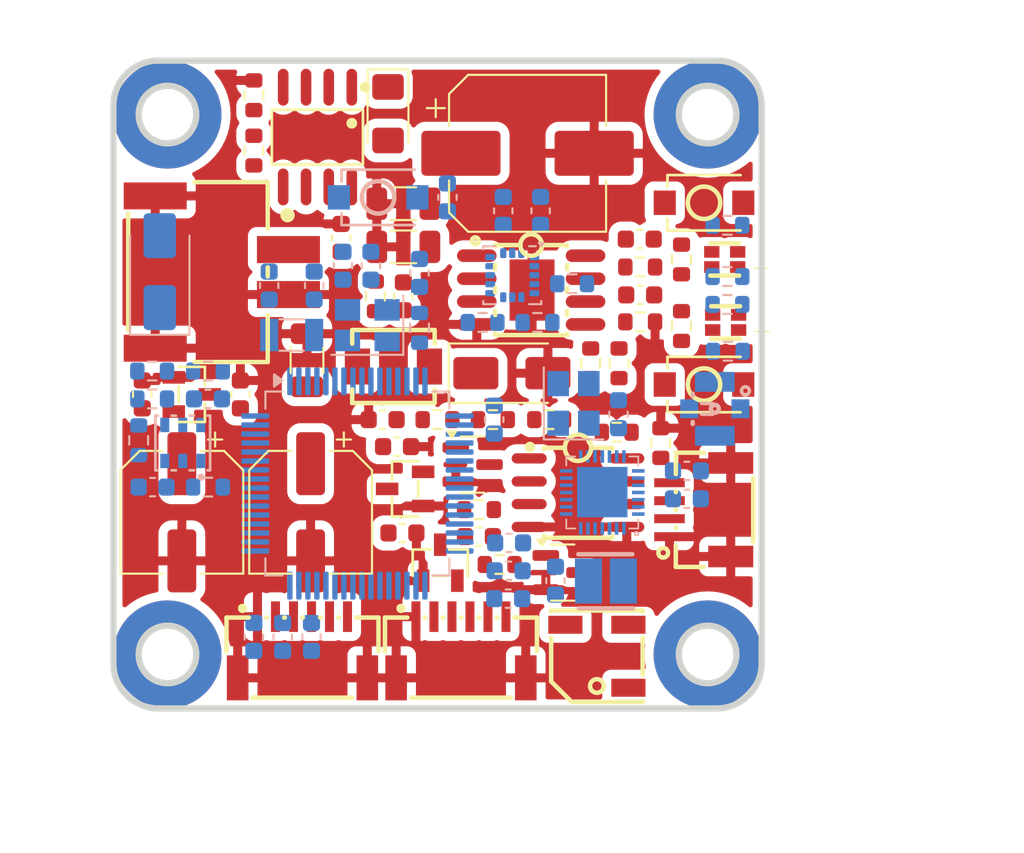
<source format=kicad_pcb>
(kicad_pcb
	(version 20240108)
	(generator "pcbnew")
	(generator_version "8.0")
	(general
		(thickness 1.6)
		(legacy_teardrops no)
	)
	(paper "A4")
	(layers
		(0 "F.Cu" signal)
		(1 "In1.Cu" signal)
		(2 "In2.Cu" signal)
		(31 "B.Cu" signal)
		(32 "B.Adhes" user "B.Adhesive")
		(33 "F.Adhes" user "F.Adhesive")
		(34 "B.Paste" user)
		(35 "F.Paste" user)
		(36 "B.SilkS" user "B.Silkscreen")
		(37 "F.SilkS" user "F.Silkscreen")
		(38 "B.Mask" user)
		(39 "F.Mask" user)
		(40 "Dwgs.User" user "User.Drawings")
		(41 "Cmts.User" user "User.Comments")
		(42 "Eco1.User" user "User.Eco1")
		(43 "Eco2.User" user "User.Eco2")
		(44 "Edge.Cuts" user)
		(45 "Margin" user)
		(46 "B.CrtYd" user "B.Courtyard")
		(47 "F.CrtYd" user "F.Courtyard")
		(48 "B.Fab" user)
		(49 "F.Fab" user)
		(50 "User.1" user)
		(51 "User.2" user)
		(52 "User.3" user)
		(53 "User.4" user)
		(54 "User.5" user)
		(55 "User.6" user)
		(56 "User.7" user)
		(57 "User.8" user)
		(58 "User.9" user)
	)
	(setup
		(stackup
			(layer "F.SilkS"
				(type "Top Silk Screen")
			)
			(layer "F.Paste"
				(type "Top Solder Paste")
			)
			(layer "F.Mask"
				(type "Top Solder Mask")
				(thickness 0.01)
			)
			(layer "F.Cu"
				(type "copper")
				(thickness 0.035)
			)
			(layer "dielectric 1"
				(type "prepreg")
				(thickness 0.1)
				(material "FR4")
				(epsilon_r 4.5)
				(loss_tangent 0.02)
			)
			(layer "In1.Cu"
				(type "copper")
				(thickness 0.035)
			)
			(layer "dielectric 2"
				(type "core")
				(thickness 1.24)
				(material "FR4")
				(epsilon_r 4.5)
				(loss_tangent 0.02)
			)
			(layer "In2.Cu"
				(type "copper")
				(thickness 0.035)
			)
			(layer "dielectric 3"
				(type "prepreg")
				(thickness 0.1)
				(material "FR4")
				(epsilon_r 4.5)
				(loss_tangent 0.02)
			)
			(layer "B.Cu"
				(type "copper")
				(thickness 0.035)
			)
			(layer "B.Mask"
				(type "Bottom Solder Mask")
				(thickness 0.01)
			)
			(layer "B.Paste"
				(type "Bottom Solder Paste")
			)
			(layer "B.SilkS"
				(type "Bottom Silk Screen")
			)
			(copper_finish "None")
			(dielectric_constraints no)
		)
		(pad_to_mask_clearance 0)
		(allow_soldermask_bridges_in_footprints no)
		(pcbplotparams
			(layerselection 0x00010fc_ffffffff)
			(plot_on_all_layers_selection 0x0000000_00000000)
			(disableapertmacros no)
			(usegerberextensions no)
			(usegerberattributes yes)
			(usegerberadvancedattributes yes)
			(creategerberjobfile yes)
			(dashed_line_dash_ratio 12.000000)
			(dashed_line_gap_ratio 3.000000)
			(svgprecision 4)
			(plotframeref no)
			(viasonmask no)
			(mode 1)
			(useauxorigin no)
			(hpglpennumber 1)
			(hpglpenspeed 20)
			(hpglpendiameter 15.000000)
			(pdf_front_fp_property_popups yes)
			(pdf_back_fp_property_popups yes)
			(dxfpolygonmode yes)
			(dxfimperialunits yes)
			(dxfusepcbnewfont yes)
			(psnegative no)
			(psa4output no)
			(plotreference yes)
			(plotvalue yes)
			(plotfptext yes)
			(plotinvisibletext no)
			(sketchpadsonfab no)
			(subtractmaskfromsilk no)
			(outputformat 1)
			(mirror no)
			(drillshape 1)
			(scaleselection 1)
			(outputdirectory "")
		)
	)
	(net 0 "")
	(net 1 "Net-(BUZZER1--)")
	(net 2 "unconnected-(BUZZER1-Pad3)")
	(net 3 "/5V0")
	(net 4 "/GND")
	(net 5 "Net-(C2-Pad2)")
	(net 6 "Net-(D2-K)")
	(net 7 "/VIN")
	(net 8 "/V_{PWR}")
	(net 9 "/5V")
	(net 10 "Net-(C7-Pad2)")
	(net 11 "Net-(U1-COMP)")
	(net 12 "/VDD")
	(net 13 "/VCAP")
	(net 14 "/OSC32I_STM32")
	(net 15 "Net-(C16-Pad1)")
	(net 16 "/OSC32O_STM32")
	(net 17 "/OSCI_STM32")
	(net 18 "/OSCO_STM32")
	(net 19 "/NRST_STM32")
	(net 20 "/3V3_1")
	(net 21 "/3V3_2")
	(net 22 "/3V3_3")
	(net 23 "/VDD_AHT20")
	(net 24 "/VINTA_CH582")
	(net 25 "/VDCIA_CH582")
	(net 26 "/RS-485_A")
	(net 27 "/RS-485_B")
	(net 28 "/TXD_CH582")
	(net 29 "/SWCLK_CH582")
	(net 30 "/RXD_CH582")
	(net 31 "/SWDIO_CH582")
	(net 32 "/SWCLK_STM32")
	(net 33 "/RXD_STM32")
	(net 34 "/TXD_STM32")
	(net 35 "/SWDIO_STM32")
	(net 36 "Net-(D3-A)")
	(net 37 "/LED_WARN_STM32")
	(net 38 "Net-(D4-A-Pad3)")
	(net 39 "/LED_EXEC_STM32")
	(net 40 "Net-(D4-A-Pad4)")
	(net 41 "/LED_WARN_CH582")
	(net 42 "Net-(D5-A-Pad3)")
	(net 43 "Net-(D5-A-Pad4)")
	(net 44 "/LED_EXEC_CH582")
	(net 45 "/VSW_CH582")
	(net 46 "Net-(Q2-B)")
	(net 47 "Net-(Q3-C)")
	(net 48 "Net-(Q3-B)")
	(net 49 "Net-(U1-BS)")
	(net 50 "Net-(U1-FB)")
	(net 51 "Net-(U1-EN)")
	(net 52 "/VBAT")
	(net 53 "/BOOT0_STM32")
	(net 54 "/VSSA")
	(net 55 "/BUZZER")
	(net 56 "/SCL_AHT20")
	(net 57 "/SDA_AHT20")
	(net 58 "/MOSI_LIS3DH")
	(net 59 "/SCK_LIS3DH")
	(net 60 "/CS_LIS3DH")
	(net 61 "Net-(U8-RO)")
	(net 62 "/RXD_3485")
	(net 63 "/TXD_3485")
	(net 64 "Net-(R22-Pad1)")
	(net 65 "Net-(R23-Pad1)")
	(net 66 "/ANT_CH582")
	(net 67 "/KEY_RESV_STM32")
	(net 68 "/KEY_PAIR_CH582")
	(net 69 "unconnected-(U2-PA13-Pad46)")
	(net 70 "unconnected-(U2-PC5-Pad25)")
	(net 71 "unconnected-(U2-PC2-Pad10)")
	(net 72 "/MISO_LIS3DH")
	(net 73 "unconnected-(U2-PC3-Pad11)")
	(net 74 "unconnected-(U2-PA8-Pad41)")
	(net 75 "unconnected-(U2-PB7-Pad59)")
	(net 76 "unconnected-(U2-PA11-Pad44)")
	(net 77 "unconnected-(U2-PC0-Pad8)")
	(net 78 "/INT1_LIS3DH")
	(net 79 "unconnected-(U2-PA1-Pad15)")
	(net 80 "unconnected-(U2-PC8-Pad39)")
	(net 81 "unconnected-(U2-PB3-Pad55)")
	(net 82 "unconnected-(U2-PB5-Pad57)")
	(net 83 "unconnected-(U2-PB13-Pad34)")
	(net 84 "unconnected-(U2-PC1-Pad9)")
	(net 85 "unconnected-(U2-PA12-Pad45)")
	(net 86 "unconnected-(U2-PC7-Pad38)")
	(net 87 "/INT2_LIS3DH")
	(net 88 "unconnected-(U2-PD2-Pad54)")
	(net 89 "unconnected-(U2-PC6-Pad37)")
	(net 90 "unconnected-(U2-PC13-Pad2)")
	(net 91 "unconnected-(U2-PC4-Pad24)")
	(net 92 "unconnected-(U2-PB15-Pad36)")
	(net 93 "unconnected-(U2-PC12-Pad53)")
	(net 94 "unconnected-(U2-PC9-Pad40)")
	(net 95 "unconnected-(U2-PB4-Pad56)")
	(net 96 "unconnected-(U2-PB12-Pad33)")
	(net 97 "/SDA_CH582")
	(net 98 "unconnected-(U2-PB14-Pad35)")
	(net 99 "unconnected-(U2-PA0-Pad14)")
	(net 100 "/SCL_CH582")
	(net 101 "unconnected-(U6-NC-Pad6)")
	(net 102 "unconnected-(U6-NC-Pad1)")
	(net 103 "unconnected-(U7-NC-Pad3)")
	(net 104 "unconnected-(U7-NC-Pad2)")
	(net 105 "unconnected-(U9-PA9{slash}TMR0{slash}TXD1{slash}AIN13-Pad7)")
	(net 106 "unconnected-(U9-PA13{slash}SCK0{slash}PWM5{slash}AIN3-Pad27)")
	(net 107 "unconnected-(U9-PA11{slash}X32KO{slash}TMR2-Pad1)")
	(net 108 "unconnected-(U9-PA10{slash}X32KI{slash}TMR1-Pad2)")
	(net 109 "unconnected-(U9-PA4{slash}RXD3{slash}AIN0-Pad23)")
	(net 110 "unconnected-(U9-PA12{slash}SCS{slash}PWM4{slash}AIN2-Pad28)")
	(net 111 "unconnected-(U9-PB23{slash}RST{slash}TMR0_{slash}TXD2_{slash}PWM11-Pad16)")
	(net 112 "unconnected-(U9-PB22{slash}TMR3{slash}RXD2-Pad17)")
	(net 113 "/OSCI_CH582")
	(net 114 "unconnected-(U9-PB4{slash}RXD0{slash}PWM7-Pad15)")
	(net 115 "unconnected-(U9-PA8{slash}RXD1{slash}AIN12-Pad6)")
	(net 116 "/OSCO_CH582")
	(net 117 "unconnected-(U9-PA5{slash}TXD3{slash}AIN1-Pad24)")
	(net 118 "Net-(U1-SS)")
	(net 119 "unconnected-(CN1-Pad2)")
	(footprint "Resistor_SMD:R_0603_1608Metric" (layer "F.Cu") (at 142.5 83.55))
	(footprint "Resistor_SMD:R_0603_1608Metric" (layer "F.Cu") (at 145.25 75.5))
	(footprint "Capacitor_SMD:C_0603_1608Metric" (layer "F.Cu") (at 136.8 77))
	(footprint "Capacitor_SMD:C_0603_1608Metric" (layer "F.Cu") (at 141.35 82))
	(footprint "Resistor_SMD:R_0603_1608Metric" (layer "F.Cu") (at 152.6 70.3 90))
	(footprint "Resistor_SMD:R_0603_1608Metric" (layer "F.Cu") (at 149 76.2))
	(footprint "easyeda2kicad:SW-SMD_L3.9-W3.0-P4.45" (layer "F.Cu") (at 153.85 63.45))
	(footprint "Capacitor_SMD:C_0603_1608Metric" (layer "F.Cu") (at 136 75.5 180))
	(footprint "Resistor_SMD:R_0603_1608Metric" (layer "F.Cu") (at 149.13 72.36999 -90))
	(footprint "Capacitor_SMD:CP_Elec_6.3x7.7" (layer "F.Cu") (at 132 80.65 -90))
	(footprint "easyeda2kicad:SOIC-8_L4.9-W3.9-P1.27-LS6.0-BL-EP3.4" (layer "F.Cu") (at 144.25 68.29999 -90))
	(footprint "easyeda2kicad:CONN-SMD_2P-P2.54_MEGASTAR_ZX-XH2.54-2PWT" (layer "F.Cu") (at 127.07 67.3 -90))
	(footprint "Capacitor_SMD:C_1206_3216Metric" (layer "F.Cu") (at 131.8 72.2 -90))
	(footprint "easyeda2kicad:LED-SMD_4P-L1.6-W1.5_F.1615.00003-P4-1615R1G1TA2-06T-001" (layer "F.Cu") (at 155.05 70.1))
	(footprint "Resistor_SMD:R_0603_1608Metric" (layer "F.Cu") (at 142.125 75.5))
	(footprint "Resistor_SMD:R_0603_1608Metric" (layer "F.Cu") (at 150.305 70.06999))
	(footprint "Capacitor_SMD:C_0603_1608Metric" (layer "F.Cu") (at 150.28 65.46999))
	(footprint "Capacitor_SMD:CP_Elec_8x10.5" (layer "F.Cu") (at 144.05 60.7))
	(footprint "Resistor_SMD:R_0603_1608Metric" (layer "F.Cu") (at 128.85 57.475 90))
	(footprint "easyeda2kicad:CONN-SMD_6P-P1.00_XUNPU_WAFER-SH1.0-6PWB" (layer "F.Cu") (at 131.55 88.15))
	(footprint "easyeda2kicad:CONN-SMD_6P-P1.00_XUNPU_WAFER-SH1.0-6PWB" (layer "F.Cu") (at 140.35 88.15))
	(footprint "Diode_SMD:D_1206_3216Metric_Pad1.42x1.75mm_HandSolder" (layer "F.Cu") (at 136.3 58.5 -90))
	(footprint "Capacitor_SMD:C_0603_1608Metric" (layer "F.Cu") (at 122.65 74.1 90))
	(footprint "easyeda2kicad:CONN-SMD_4P-P1.00_WAFER-SH1.0-4PWB" (layer "F.Cu") (at 153.6325 80.5075 90))
	(footprint "Resistor_SMD:R_0603_1608Metric" (layer "F.Cu") (at 135.6 68.65 90))
	(footprint "Resistor_SMD:R_0603_1608Metric" (layer "F.Cu") (at 150.305 67.01999))
	(footprint "Capacitor_SMD:C_1206_3216Metric" (layer "F.Cu") (at 137.15 63.5))
	(footprint "Capacitor_SMD:C_1206_3216Metric" (layer "F.Cu") (at 137.15 65.9))
	(footprint "easyeda2kicad:SOIC-8_L4.9-W3.9-P1.27-LS6.0-BL" (layer "F.Cu") (at 132.3775 59.8 180))
	(footprint "easyeda2kicad:IND-SMD_L4.5-W4.1_TMPC0412HP" (layer "F.Cu") (at 136.6 72.55))
	(footprint "Capacitor_SMD:C_0603_1608Metric" (layer "F.Cu") (at 150.305 68.56999))
	(footprint "Capacitor_SMD:C_0603_1608Metric" (layer "F.Cu") (at 137.1 81.8))
	(footprint "Capacitor_SMD:CP_Elec_6.3x7.7" (layer "F.Cu") (at 124.85 80.65 -90))
	(footprint "Capacitor_SMD:C_0603_1608Metric" (layer "F.Cu") (at 133.7 65.4 90))
	(footprint "easyeda2kicad:LED-SMD_4P-L1.6-W1.5_F.1615.00003-P4-1615R1G1TA2-06T-001" (layer "F.Cu") (at 155 66.6))
	(footprint "easyeda2kicad:SOT-23-3_L2.9-W1.3-P1.90-LS2.4-BR" (layer "F.Cu") (at 139.2 83.45 -90))
	(footprint "Package_TO_SOT_SMD:SOT-23" (layer "F.Cu") (at 146 84))
	(footprint "easyeda2kicad:BUZ-SMD_3P-L5.0-W5.0-BL" (layer "F.Cu") (at 147.9 88.65 180))
	(footprint "Resistor_SMD:R_0603_1608Metric" (layer "F.Cu") (at 128.85 60.55 -90))
	(footprint "Resistor_SMD:R_0603_1608Metric" (layer "F.Cu") (at 152.6 66.6 -90))
	(footprint "Package_TO_SOT_SMD:SOT-23"
		(layer "F.Cu")
		(uuid "cb69b69a-a6a9-4ff1-a815-e45367b33c17")
		(at 141 78)
		(descr "SOT, 3 Pin (https://www.jedec.org/system/files/docs/to-236h.pdf variant AB), generated with kicad-footprint-generator ipc_gullwing_generator.py")
		(tags "SOT TO_SOT_SMD")
		(property "Reference" "Q3"
			(at 0 -2.4 360)
			(layer "F.SilkS")
			(hide yes)
			(uuid "31db1cf2-1716-4a77-b9b3-9ab8d5e67156")
			(effects
				(font
					(size 1 1)
					(thickness 0.15)
				)
			)
		)
		(property "Value" "S8050"
			(at 0 2.4 360)
			(layer "F.Fab")
			(uuid "f9a0ebdd-4ce4-4e38-8ee3-afdb2e436b87")
			(effects
				(font
					(size 1 1)
					(thickness 0.15)
				)
			)
		)
		(property "Footprint" "Package_TO_SOT_SMD:SOT-23"
			(at 0 0 0)
			(unlocked yes)
			(layer "F.Fab")
			(hide yes)
			(uuid "e0092cfd-d551-4d0d-8690-219e06177304")
			(effects
				(font
					(size 1.27 1.27)
				)
			)
		)
		(property "Datasheet" ""
			(at 0 0 0)
			(unlocked yes)
			(layer "F.Fab")
			(hide yes)
			(uuid "8697eb99-c1bf-4c1a-bffa-f7d9fba3d63b")
			(effects
				(font
					(size 1.27 1.27)
				)
			)
		)
		(property "Description" ""
			(at 0 0 0)
			(unlocked yes)
			(layer "F.Fab")
			(hide yes)
			(uuid "45319594-3b73-4dd2-85d3-d6dc00865123")
			(effects
				(font
					(size 1.27 1.27)
				)
			)
		)
		(path "/93303cb7-2c2f-4824-bfd0-0830b189e80a")
		(sheetname "Root")
		(sheetfile "voak.kicad_sch")
		(attr smd)
		(fp_line
			(start 0 -1.56)
			(end -0.65 -1.56)
			(stroke
				(width 0.12)
				(type solid)
			)
			(layer "F.SilkS")
			(uuid "4d6d0536-ac86-401f-be05-c67f953e9250")
		)
		(fp_line
			(start 0 -1.56)
			(end 0.65 -1.56)
			(stroke
				(width 0.12)
				(type solid)
			)
			(layer "F.SilkS")
			(uuid "6d8a3d8d-8ea8-41da-8686-4133ef3f9de3")
		)
		(fp_line
			(start 0 1.56)
			(end -0.65 1.56)
			(stroke
				(width 0.12)
				(type solid)
			)
			(layer "F.SilkS")
			(uuid "fc1ca9d0-5b4e-4deb-bc63-b4074631b7e6")
		)
		(fp_line
			(start 0 1.56)
			(end 0.65 1.56)
			(stroke
				(width 0.12)
				(type solid)
			)
			(layer "F.SilkS")
			(uuid "15a58d4f-959a-4034-bf61-3f8be0a0ec14")
		)
		(fp_poly
			(pts
				(xy -1.1625 -1.51) (xy -1.4025 -1.84) (xy -0.9225 -1.84) (xy -1.1625 -1.51)
			)
			(stroke
				(width 0.12)
				(type solid)
			)
			(fill solid)
			(layer "F.SilkS")
			(uuid "0237c0c7-96e3-495e-8797-b591d056d3c6")
		)
		(fp_line
			(start -1.92 -1.7)
			(end -1.92 1.7)
			(stroke
				(width 0.05)
				(type solid)
			)
			(layer "F.CrtYd")
			(uuid "72212c60-f1cc-41b5-a7ae-46bcdbf471dd")
		)
		(fp_line
			(start -1.92 1.7)
			(end 1.92 1.7)
			(stroke
				(width 0.05)
				(type solid)
			)
			(layer "F.CrtYd")
			(uuid "2893b588-1c3b-4016-bbac-8ac27d265fd2")
		)
		(fp_line
			(start 1.92 -1.7)
			(end -1.92 -1.7)
			(stroke
				(width 0.05)
				(type solid)
			)
			(layer "F.CrtYd")
			(uuid "48ae7458-8c84-4801-ab5f-5b1e9f6cc004")
		)
		(fp_line
			(start 1.92 1.7)
			(end 1.92 -1.7)
			(stroke
				(width 0.05)
				(type solid)
			)
			(layer "F.CrtYd")
			(uuid "694358be-0fd3-420f-a3d0-b793c36960cb")
		)
		(fp_line
			(start -0.65 -1.125)
			(end -0.325 -1.45)
			(stroke
				(width 0.1)
				(type solid)
			)
			(layer "F.Fab")
			(uuid "a4df1ea4-a2d5-4e65-9b1d-8088dc8fe5af")
		)
		(fp_line
			(start -0.65 1.45)
			(end -0.65 -1.125)
			(stroke
				(width 0.1)
				(type solid)
			)
			(layer "F.Fab")
			(uuid "b362c1b7-b0e7-464e-82b3-9be80bf792b4")
		)
		(fp_line
			(start -0.325 -1.45)
			(end 0.65 -1.45)
			(stroke
				(width 0.1)
				(type solid)
			)
			(layer "F.Fab")
			(uuid "60cfc382-e712-4e20-9ee5-9e1cafa73790")
		)
		(fp_line
			(start 0.65 -1.45)
			(end 0.65 1.45)
			(stroke
				(width 0.1)
				(type solid)
			)
			(layer "F.Fab")
			(uuid "a0f13ea6-0f6a-4c64-be4a-9970487e52cf")
		)
		(fp_line
			(start 0.65 1.45)
			(end -0.65 1.45)
			(stroke
				(width 0.1)
				(type solid)
			)
			(layer "F.Fab")
			(uuid "111c2a49-2804-4669-806e-8d8191c1d42e")
		)
		(fp_text user "${REFERENCE}"
			(at 0 0 360)
			(layer "F.Fab")
			(uuid "a81d43d6-27ee-4914-acea-a81eb18b6c00")
			(effects
				(font
					(size 0.32 0.32)
					(thickness 0.05)
				)
			)
		)
		(pad "1" smd roundrect
			(at -0.9375 -0.95)
			(size 1.475 0.6)
			(layers "F.Cu" "F.Paste" "F.Mask")
			(roundrect_rratio 0.25)
			(net 48 "Net-(Q3-B)")
			(pinfunction "B")
			(pintype "input")
			(uuid "c74007d2-bef3-4d32-9fbf-874e3b9fd47a")
		)
		(pad "2" smd roundrect
			(at -0.9375 0.95)
			(size 1.475 0.6)
			(layers "F.Cu" "F.Paste" "F.Mask")
			(roundrect_rratio 0.25)
			(net 4 "/GND")
			(pinfunction "E")
			(pintype "passive")
			(uuid "a5f7c6d3-7685-4553-9dcf-d3f61f80f58e")
		)
		(pad "3" smd roundrect
			(at 0.9375 0)
			(size 1.475 0.6)
			(layers "F.Cu" "F.Paste" "F.Mask")
			(roundrect_rratio 0.25)
			(net 47 "Net-(Q3-C)")
			(pinfunction "C")
			(pintype "passive")
			(uuid "37b8b33f-1713-4bd1-a17d-5b21692a49fd")
		)
		(model "${KICAD8_3DMODEL_DIR}/Package_TO_SOT_SMD.3dshapes/SOT-23.wrl"
			(offset
		
... [392252 chars truncated]
</source>
